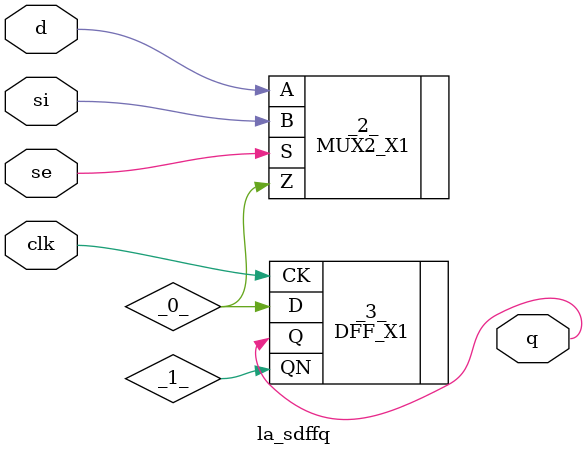
<source format=v>

/* Generated by Yosys 0.44 (git sha1 80ba43d26, g++ 11.4.0-1ubuntu1~22.04 -fPIC -O3) */

(* top =  1  *)
(* src = "inputs/la_sdffq.v:11.1-23.10" *)
module la_sdffq (
    d,
    si,
    se,
    clk,
    q
);
  (* src = "inputs/la_sdffq.v:21.5-21.44" *)
  wire _0_;
  (* unused_bits = "0" *)
  wire _1_;
  (* src = "inputs/la_sdffq.v:17.16-17.19" *)
  input clk;
  wire clk;
  (* src = "inputs/la_sdffq.v:14.16-14.17" *)
  input d;
  wire d;
  (* src = "inputs/la_sdffq.v:18.16-18.17" *)
  output q;
  wire q;
  (* src = "inputs/la_sdffq.v:16.16-16.18" *)
  input se;
  wire se;
  (* src = "inputs/la_sdffq.v:15.16-15.18" *)
  input si;
  wire si;
  MUX2_X1 _2_ (
      .A(d),
      .B(si),
      .S(se),
      .Z(_0_)
  );
  (* src = "inputs/la_sdffq.v:21.5-21.44" *)
  DFF_X1 _3_ (
      .CK(clk),
      .D (_0_),
      .Q (q),
      .QN(_1_)
  );
endmodule

</source>
